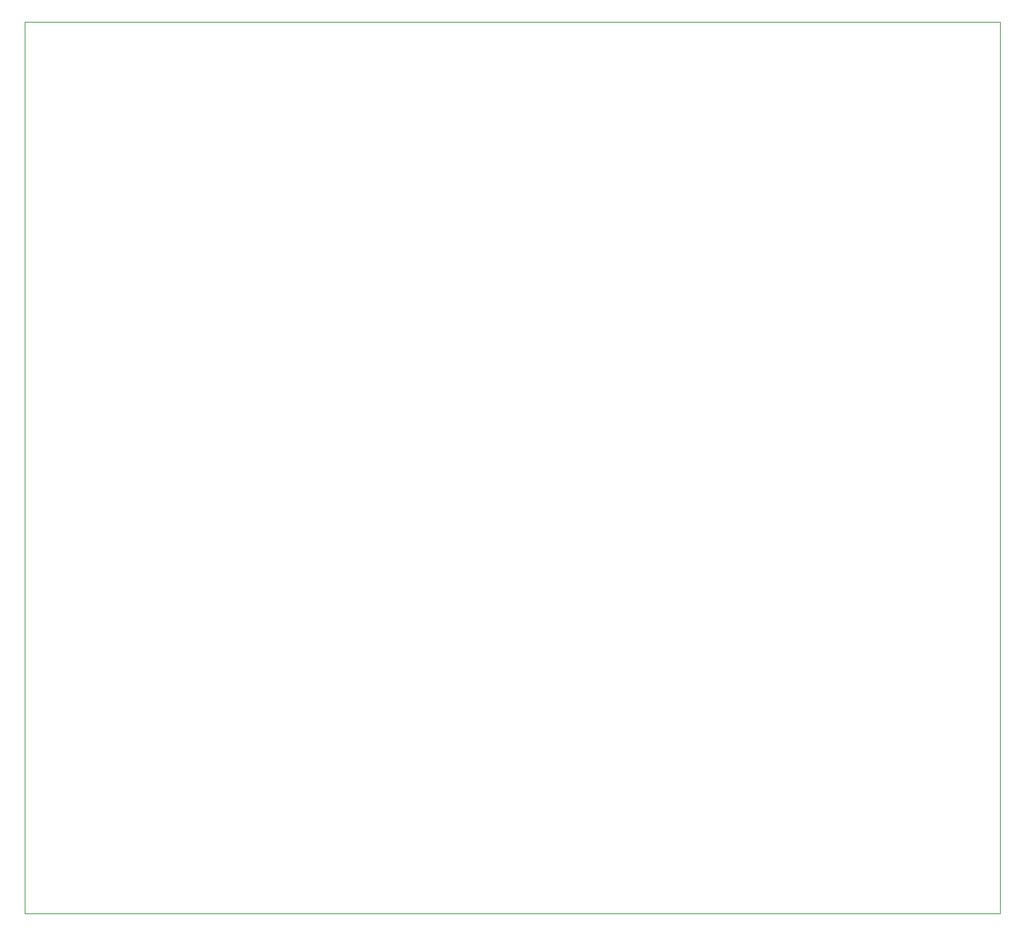
<source format=gm1>
G04 #@! TF.GenerationSoftware,KiCad,Pcbnew,5.1.5+dfsg1-2build2*
G04 #@! TF.CreationDate,2023-03-02T23:39:50+01:00*
G04 #@! TF.ProjectId,RSensHub,5253656e-7348-4756-922e-6b696361645f,rev?*
G04 #@! TF.SameCoordinates,Original*
G04 #@! TF.FileFunction,Profile,NP*
%FSLAX46Y46*%
G04 Gerber Fmt 4.6, Leading zero omitted, Abs format (unit mm)*
G04 Created by KiCad (PCBNEW 5.1.5+dfsg1-2build2) date 2023-03-02 23:39:50*
%MOMM*%
%LPD*%
G04 APERTURE LIST*
%ADD10C,0.050000*%
G04 APERTURE END LIST*
D10*
X417355000Y-22000000D02*
X417355000Y-129000000D01*
X300355000Y-129000000D02*
X417355000Y-129000000D01*
X300355000Y-22000000D02*
X300355000Y-129000000D01*
X300355000Y-22000000D02*
X417355000Y-22000000D01*
M02*

</source>
